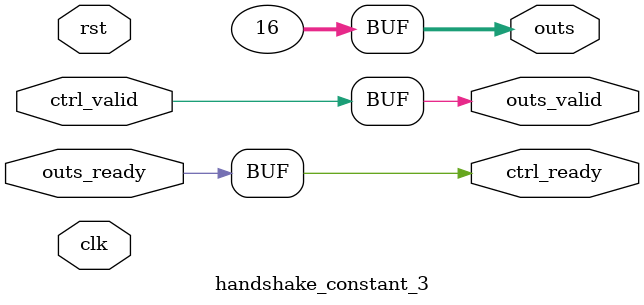
<source format=v>
`timescale 1ns / 1ps
module handshake_constant_3 #(
  parameter DATA_WIDTH = 32  // Default set to 32 bits
) (
  input                       clk,
  input                       rst,
  // Input Channel
  input                       ctrl_valid,
  output                      ctrl_ready,
  // Output Channel
  output [DATA_WIDTH - 1 : 0] outs,
  output                      outs_valid,
  input                       outs_ready
);
  assign outs       = 6'b010000;
  assign outs_valid = ctrl_valid;
  assign ctrl_ready = outs_ready;

endmodule

</source>
